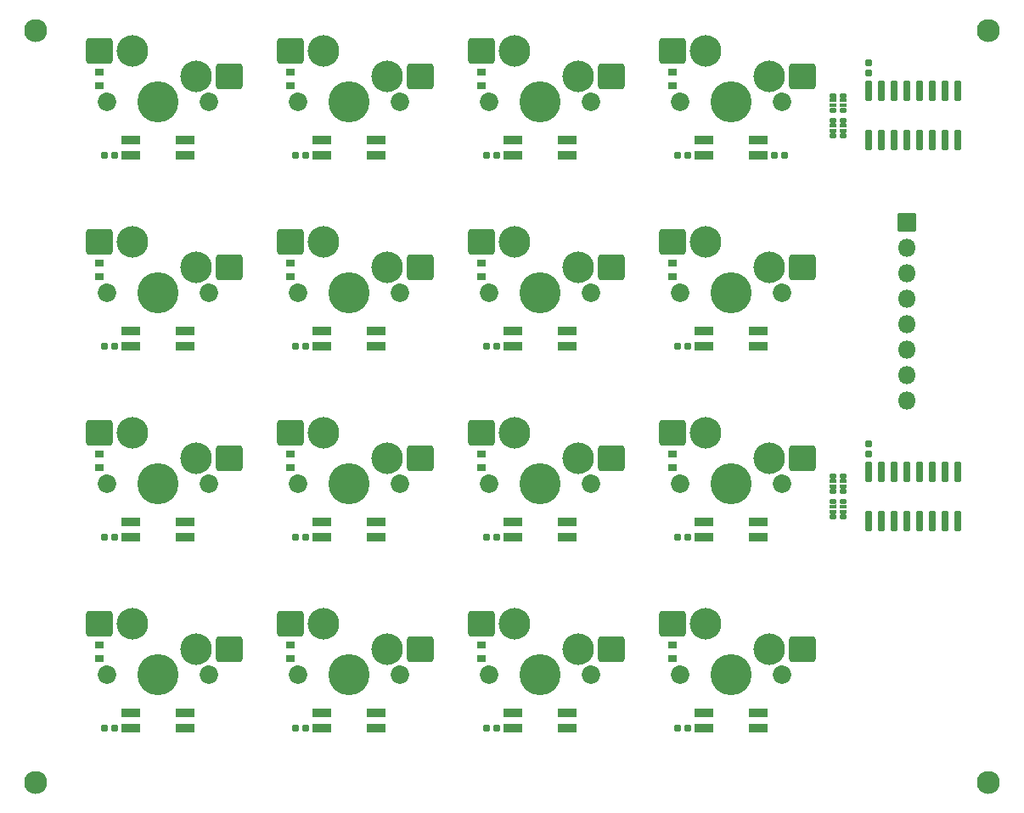
<source format=gbr>
%TF.GenerationSoftware,KiCad,Pcbnew,6.0.7+dfsg-1~bpo11+1*%
%TF.CreationDate,2022-11-02T04:35:50+00:00*%
%TF.ProjectId,MK74HC-16,4d4b3734-4843-42d3-9136-2e6b69636164,rev?*%
%TF.SameCoordinates,Original*%
%TF.FileFunction,Soldermask,Top*%
%TF.FilePolarity,Negative*%
%FSLAX46Y46*%
G04 Gerber Fmt 4.6, Leading zero omitted, Abs format (unit mm)*
G04 Created by KiCad (PCBNEW 6.0.7+dfsg-1~bpo11+1) date 2022-11-02 04:35:50*
%MOMM*%
%LPD*%
G01*
G04 APERTURE LIST*
G04 Aperture macros list*
%AMRoundRect*
0 Rectangle with rounded corners*
0 $1 Rounding radius*
0 $2 $3 $4 $5 $6 $7 $8 $9 X,Y pos of 4 corners*
0 Add a 4 corners polygon primitive as box body*
4,1,4,$2,$3,$4,$5,$6,$7,$8,$9,$2,$3,0*
0 Add four circle primitives for the rounded corners*
1,1,$1+$1,$2,$3*
1,1,$1+$1,$4,$5*
1,1,$1+$1,$6,$7*
1,1,$1+$1,$8,$9*
0 Add four rect primitives between the rounded corners*
20,1,$1+$1,$2,$3,$4,$5,0*
20,1,$1+$1,$4,$5,$6,$7,0*
20,1,$1+$1,$6,$7,$8,$9,0*
20,1,$1+$1,$8,$9,$2,$3,0*%
G04 Aperture macros list end*
%ADD10RoundRect,0.050000X0.350000X-0.300000X0.350000X0.300000X-0.350000X0.300000X-0.350000X-0.300000X0*%
%ADD11C,2.300000*%
%ADD12RoundRect,0.050000X0.900000X0.410000X-0.900000X0.410000X-0.900000X-0.410000X0.900000X-0.410000X0*%
%ADD13RoundRect,0.190000X0.140000X0.170000X-0.140000X0.170000X-0.140000X-0.170000X0.140000X-0.170000X0*%
%ADD14RoundRect,0.050000X0.250000X0.200000X-0.250000X0.200000X-0.250000X-0.200000X0.250000X-0.200000X0*%
%ADD15RoundRect,0.050000X0.250000X0.150000X-0.250000X0.150000X-0.250000X-0.150000X0.250000X-0.150000X0*%
%ADD16RoundRect,0.185000X0.135000X0.185000X-0.135000X0.185000X-0.135000X-0.185000X0.135000X-0.185000X0*%
%ADD17RoundRect,0.050000X-0.850000X-0.850000X0.850000X-0.850000X0.850000X0.850000X-0.850000X0.850000X0*%
%ADD18O,1.800000X1.800000*%
%ADD19RoundRect,0.190000X0.170000X-0.140000X0.170000X0.140000X-0.170000X0.140000X-0.170000X-0.140000X0*%
%ADD20RoundRect,0.200000X0.150000X-0.825000X0.150000X0.825000X-0.150000X0.825000X-0.150000X-0.825000X0*%
%ADD21C,3.150000*%
%ADD22C,1.850000*%
%ADD23C,4.100000*%
%ADD24RoundRect,0.300000X1.025000X1.000000X-1.025000X1.000000X-1.025000X-1.000000X1.025000X-1.000000X0*%
G04 APERTURE END LIST*
D10*
%TO.C,D27*%
X46910000Y73334000D03*
X46910000Y71934000D03*
%TD*%
D11*
%TO.C,H2*%
X2500000Y77500000D03*
%TD*%
D12*
%TO.C,D13*%
X69102000Y7876000D03*
X69102000Y9376000D03*
X74502000Y9376000D03*
X74502000Y7876000D03*
%TD*%
D13*
%TO.C,C15*%
X67456000Y7876000D03*
X66496000Y7876000D03*
%TD*%
D12*
%TO.C,D8*%
X11952000Y45976000D03*
X11952000Y47476000D03*
X17352000Y47476000D03*
X17352000Y45976000D03*
%TD*%
D10*
%TO.C,D17*%
X65960000Y54284000D03*
X65960000Y52884000D03*
%TD*%
D14*
%TO.C,RN4*%
X83000000Y29000000D03*
D15*
X83000000Y29500000D03*
X83000000Y30000000D03*
D14*
X83000000Y30500000D03*
X82000000Y30500000D03*
D15*
X82000000Y30000000D03*
X82000000Y29500000D03*
D14*
X82000000Y29000000D03*
%TD*%
D10*
%TO.C,D28*%
X46910000Y35234000D03*
X46910000Y33834000D03*
%TD*%
%TO.C,D24*%
X8810000Y16184000D03*
X8810000Y14784000D03*
%TD*%
D11*
%TO.C,H1*%
X97500000Y77500000D03*
%TD*%
D13*
%TO.C,C17*%
X29356000Y7876000D03*
X28396000Y7876000D03*
%TD*%
%TO.C,C8*%
X10306000Y45976000D03*
X9346000Y45976000D03*
%TD*%
D12*
%TO.C,D1*%
X69102000Y65026000D03*
X69102000Y66526000D03*
X74502000Y66526000D03*
X74502000Y65026000D03*
%TD*%
D13*
%TO.C,C11*%
X67456000Y26926000D03*
X66496000Y26926000D03*
%TD*%
%TO.C,C12*%
X48406000Y26926000D03*
X47446000Y26926000D03*
%TD*%
%TO.C,C13*%
X29356000Y26926000D03*
X28396000Y26926000D03*
%TD*%
D12*
%TO.C,D3*%
X31002000Y65026000D03*
X31002000Y66526000D03*
X36402000Y66526000D03*
X36402000Y65026000D03*
%TD*%
D16*
%TO.C,R1*%
X77138000Y65026000D03*
X76118000Y65026000D03*
%TD*%
D12*
%TO.C,D5*%
X69102000Y45976000D03*
X69102000Y47476000D03*
X74502000Y47476000D03*
X74502000Y45976000D03*
%TD*%
D17*
%TO.C,J1*%
X89375000Y58375000D03*
D18*
X89375000Y55835000D03*
X89375000Y53295000D03*
X89375000Y50755000D03*
X89375000Y48215000D03*
X89375000Y45675000D03*
X89375000Y43135000D03*
X89375000Y40595000D03*
%TD*%
D10*
%TO.C,D29*%
X27860000Y73334000D03*
X27860000Y71934000D03*
%TD*%
D14*
%TO.C,RN3*%
X83000000Y31500000D03*
D15*
X83000000Y32000000D03*
X83000000Y32500000D03*
D14*
X83000000Y33000000D03*
X82000000Y33000000D03*
D15*
X82000000Y32500000D03*
X82000000Y32000000D03*
D14*
X82000000Y31500000D03*
%TD*%
D12*
%TO.C,D10*%
X50052000Y26926000D03*
X50052000Y28426000D03*
X55452000Y28426000D03*
X55452000Y26926000D03*
%TD*%
%TO.C,D6*%
X50052000Y45976000D03*
X50052000Y47476000D03*
X55452000Y47476000D03*
X55452000Y45976000D03*
%TD*%
D19*
%TO.C,C10*%
X85555000Y35270000D03*
X85555000Y36230000D03*
%TD*%
D20*
%TO.C,U1*%
X85555000Y66525000D03*
X86825000Y66525000D03*
X88095000Y66525000D03*
X89365000Y66525000D03*
X90635000Y66525000D03*
X91905000Y66525000D03*
X93175000Y66525000D03*
X94445000Y66525000D03*
X94445000Y71475000D03*
X93175000Y71475000D03*
X91905000Y71475000D03*
X90635000Y71475000D03*
X89365000Y71475000D03*
X88095000Y71475000D03*
X86825000Y71475000D03*
X85555000Y71475000D03*
%TD*%
D12*
%TO.C,D7*%
X31002000Y45976000D03*
X31002000Y47476000D03*
X36402000Y47476000D03*
X36402000Y45976000D03*
%TD*%
%TO.C,D2*%
X50052000Y65026000D03*
X50052000Y66526000D03*
X55452000Y66526000D03*
X55452000Y65026000D03*
%TD*%
D10*
%TO.C,D18*%
X65960000Y16184000D03*
X65960000Y14784000D03*
%TD*%
D13*
%TO.C,C5*%
X67456000Y45976000D03*
X66496000Y45976000D03*
%TD*%
%TO.C,C3*%
X29356000Y65026000D03*
X28396000Y65026000D03*
%TD*%
%TO.C,C2*%
X48406000Y65026000D03*
X47446000Y65026000D03*
%TD*%
D10*
%TO.C,D23*%
X8810000Y54284000D03*
X8810000Y52884000D03*
%TD*%
D13*
%TO.C,C4*%
X10306000Y65026000D03*
X9346000Y65026000D03*
%TD*%
%TO.C,C16*%
X48406000Y7876000D03*
X47446000Y7876000D03*
%TD*%
D11*
%TO.C,H4*%
X2500000Y2500000D03*
%TD*%
D14*
%TO.C,RN2*%
X83000000Y67000000D03*
D15*
X83000000Y67500000D03*
X83000000Y68000000D03*
D14*
X83000000Y68500000D03*
X82000000Y68500000D03*
D15*
X82000000Y68000000D03*
X82000000Y67500000D03*
D14*
X82000000Y67000000D03*
%TD*%
D10*
%TO.C,D26*%
X65960000Y35234000D03*
X65960000Y33834000D03*
%TD*%
%TO.C,D31*%
X8810000Y73334000D03*
X8810000Y71934000D03*
%TD*%
D12*
%TO.C,D4*%
X11952000Y65026000D03*
X11952000Y66526000D03*
X17352000Y66526000D03*
X17352000Y65026000D03*
%TD*%
%TO.C,D16*%
X11952000Y7876000D03*
X11952000Y9376000D03*
X17352000Y9376000D03*
X17352000Y7876000D03*
%TD*%
D10*
%TO.C,D32*%
X8810000Y35234000D03*
X8810000Y33834000D03*
%TD*%
D14*
%TO.C,RN1*%
X83000000Y69500000D03*
D15*
X83000000Y70000000D03*
X83000000Y70500000D03*
D14*
X83000000Y71000000D03*
X82000000Y71000000D03*
D15*
X82000000Y70500000D03*
X82000000Y70000000D03*
D14*
X82000000Y69500000D03*
%TD*%
D10*
%TO.C,D19*%
X46910000Y54284000D03*
X46910000Y52884000D03*
%TD*%
D13*
%TO.C,C7*%
X29356000Y45976000D03*
X28396000Y45976000D03*
%TD*%
D12*
%TO.C,D11*%
X31002000Y26926000D03*
X31002000Y28426000D03*
X36402000Y28426000D03*
X36402000Y26926000D03*
%TD*%
D10*
%TO.C,D20*%
X46910000Y16184000D03*
X46910000Y14784000D03*
%TD*%
D12*
%TO.C,D14*%
X50052000Y7876000D03*
X50052000Y9376000D03*
X55452000Y9376000D03*
X55452000Y7876000D03*
%TD*%
D13*
%TO.C,C1*%
X67456000Y65026000D03*
X66496000Y65026000D03*
%TD*%
D19*
%TO.C,C9*%
X85555000Y73270000D03*
X85555000Y74230000D03*
%TD*%
D11*
%TO.C,H3*%
X97500000Y2500000D03*
%TD*%
D13*
%TO.C,C18*%
X10306000Y7876000D03*
X9346000Y7876000D03*
%TD*%
D10*
%TO.C,D22*%
X27860000Y16184000D03*
X27860000Y14784000D03*
%TD*%
D13*
%TO.C,C14*%
X10306000Y26926000D03*
X9346000Y26926000D03*
%TD*%
D12*
%TO.C,D12*%
X11952000Y26926000D03*
X11952000Y28426000D03*
X17352000Y28426000D03*
X17352000Y26926000D03*
%TD*%
D10*
%TO.C,D21*%
X27860000Y54284000D03*
X27860000Y52884000D03*
%TD*%
D12*
%TO.C,D9*%
X69102000Y26926000D03*
X69102000Y28426000D03*
X74502000Y28426000D03*
X74502000Y26926000D03*
%TD*%
%TO.C,D15*%
X31002000Y7876000D03*
X31002000Y9376000D03*
X36402000Y9376000D03*
X36402000Y7876000D03*
%TD*%
D20*
%TO.C,U2*%
X85555000Y28525000D03*
X86825000Y28525000D03*
X88095000Y28525000D03*
X89365000Y28525000D03*
X90635000Y28525000D03*
X91905000Y28525000D03*
X93175000Y28525000D03*
X94445000Y28525000D03*
X94445000Y33475000D03*
X93175000Y33475000D03*
X91905000Y33475000D03*
X90635000Y33475000D03*
X89365000Y33475000D03*
X88095000Y33475000D03*
X86825000Y33475000D03*
X85555000Y33475000D03*
%TD*%
D10*
%TO.C,D30*%
X27860000Y35234000D03*
X27860000Y33834000D03*
%TD*%
%TO.C,D25*%
X65960000Y73334000D03*
X65960000Y71934000D03*
%TD*%
D13*
%TO.C,C6*%
X48406000Y45976000D03*
X47446000Y45976000D03*
%TD*%
D21*
%TO.C,SW7*%
X56562000Y53838000D03*
D22*
X57832000Y51298000D03*
D21*
X50212000Y56378000D03*
D23*
X52752000Y51298000D03*
D22*
X47672000Y51298000D03*
D24*
X59837000Y53838000D03*
X46910000Y56378000D03*
%TD*%
D23*
%TO.C,SW11*%
X52752000Y32248000D03*
D22*
X47672000Y32248000D03*
X57832000Y32248000D03*
D21*
X50212000Y37328000D03*
X56562000Y34788000D03*
D24*
X59837000Y34788000D03*
X46910000Y37328000D03*
%TD*%
D21*
%TO.C,SW2*%
X37512000Y72888000D03*
D23*
X33702000Y70348000D03*
D22*
X38782000Y70348000D03*
X28622000Y70348000D03*
D21*
X31162000Y75428000D03*
D24*
X40787000Y72888000D03*
X27860000Y75428000D03*
%TD*%
D22*
%TO.C,SW14*%
X38782000Y13198000D03*
D23*
X33702000Y13198000D03*
D22*
X28622000Y13198000D03*
D21*
X37512000Y15738000D03*
X31162000Y18278000D03*
D24*
X40787000Y15738000D03*
X27860000Y18278000D03*
%TD*%
D21*
%TO.C,SW9*%
X18462000Y34788000D03*
D22*
X19732000Y32248000D03*
D23*
X14652000Y32248000D03*
D22*
X9572000Y32248000D03*
D21*
X12112000Y37328000D03*
D24*
X21737000Y34788000D03*
X8810000Y37328000D03*
%TD*%
D22*
%TO.C,SW1*%
X9572000Y70348000D03*
X19732000Y70348000D03*
D21*
X18462000Y72888000D03*
X12112000Y75428000D03*
D23*
X14652000Y70348000D03*
D24*
X21737000Y72888000D03*
X8810000Y75428000D03*
%TD*%
D21*
%TO.C,SW8*%
X69262000Y56378000D03*
X75612000Y53838000D03*
D22*
X66722000Y51298000D03*
X76882000Y51298000D03*
D23*
X71802000Y51298000D03*
D24*
X78887000Y53838000D03*
X65960000Y56378000D03*
%TD*%
D23*
%TO.C,SW13*%
X14652000Y13198000D03*
D22*
X9572000Y13198000D03*
D21*
X12112000Y18278000D03*
X18462000Y15738000D03*
D22*
X19732000Y13198000D03*
D24*
X21737000Y15738000D03*
X8810000Y18278000D03*
%TD*%
D21*
%TO.C,SW15*%
X50212000Y18278000D03*
D22*
X47672000Y13198000D03*
D21*
X56562000Y15738000D03*
D22*
X57832000Y13198000D03*
D23*
X52752000Y13198000D03*
D24*
X59837000Y15738000D03*
X46910000Y18278000D03*
%TD*%
D22*
%TO.C,SW6*%
X28622000Y51298000D03*
D23*
X33702000Y51298000D03*
D21*
X31162000Y56378000D03*
X37512000Y53838000D03*
D22*
X38782000Y51298000D03*
D24*
X40787000Y53838000D03*
X27860000Y56378000D03*
%TD*%
D21*
%TO.C,SW4*%
X75612000Y72888000D03*
D22*
X66722000Y70348000D03*
D23*
X71802000Y70348000D03*
D21*
X69262000Y75428000D03*
D22*
X76882000Y70348000D03*
D24*
X78887000Y72888000D03*
X65960000Y75428000D03*
%TD*%
D21*
%TO.C,SW16*%
X69262000Y18278000D03*
D22*
X76882000Y13198000D03*
X66722000Y13198000D03*
D23*
X71802000Y13198000D03*
D21*
X75612000Y15738000D03*
D24*
X78887000Y15738000D03*
X65960000Y18278000D03*
%TD*%
D21*
%TO.C,SW10*%
X37512000Y34788000D03*
X31162000Y37328000D03*
D22*
X38782000Y32248000D03*
D23*
X33702000Y32248000D03*
D22*
X28622000Y32248000D03*
D24*
X40787000Y34788000D03*
X27860000Y37328000D03*
%TD*%
D22*
%TO.C,SW5*%
X19732000Y51298000D03*
D23*
X14652000Y51298000D03*
D21*
X12112000Y56378000D03*
X18462000Y53838000D03*
D22*
X9572000Y51298000D03*
D24*
X21737000Y53838000D03*
X8810000Y56378000D03*
%TD*%
D22*
%TO.C,SW3*%
X57832000Y70348000D03*
D23*
X52752000Y70348000D03*
D22*
X47672000Y70348000D03*
D21*
X50212000Y75428000D03*
X56562000Y72888000D03*
D24*
X59837000Y72888000D03*
X46910000Y75428000D03*
%TD*%
D21*
%TO.C,SW12*%
X75612000Y34788000D03*
D22*
X76882000Y32248000D03*
X66722000Y32248000D03*
D23*
X71802000Y32248000D03*
D21*
X69262000Y37328000D03*
D24*
X78887000Y34788000D03*
X65960000Y37328000D03*
%TD*%
G36*
X83285264Y29313382D02*
G01*
X83284931Y29312140D01*
X83281543Y29307069D01*
X83281841Y29306464D01*
X83281508Y29305484D01*
X83267375Y29284331D01*
X83274562Y29248205D01*
X83284445Y29238322D01*
X83284963Y29236390D01*
X83283549Y29234976D01*
X83281920Y29235245D01*
X83268355Y29244309D01*
X83249801Y29248000D01*
X82750199Y29248000D01*
X82731646Y29244309D01*
X82717843Y29235086D01*
X82715848Y29234955D01*
X82714736Y29236618D01*
X82715069Y29237860D01*
X82718457Y29242931D01*
X82718159Y29243536D01*
X82718492Y29244516D01*
X82732625Y29265669D01*
X82725438Y29301795D01*
X82715555Y29311678D01*
X82715037Y29313610D01*
X82716451Y29315024D01*
X82718080Y29314755D01*
X82731645Y29305691D01*
X82750199Y29302000D01*
X83249801Y29302000D01*
X83268354Y29305691D01*
X83282157Y29314914D01*
X83284152Y29315045D01*
X83285264Y29313382D01*
G37*
G36*
X82285264Y29313382D02*
G01*
X82284931Y29312140D01*
X82281543Y29307069D01*
X82281841Y29306464D01*
X82281508Y29305484D01*
X82267375Y29284331D01*
X82274562Y29248205D01*
X82284445Y29238322D01*
X82284963Y29236390D01*
X82283549Y29234976D01*
X82281920Y29235245D01*
X82268355Y29244309D01*
X82249801Y29248000D01*
X81750199Y29248000D01*
X81731646Y29244309D01*
X81717843Y29235086D01*
X81715848Y29234955D01*
X81714736Y29236618D01*
X81715069Y29237860D01*
X81718457Y29242931D01*
X81718159Y29243536D01*
X81718492Y29244516D01*
X81732625Y29265669D01*
X81725438Y29301795D01*
X81715555Y29311678D01*
X81715037Y29313610D01*
X81716451Y29315024D01*
X81718080Y29314755D01*
X81731645Y29305691D01*
X81750199Y29302000D01*
X82249801Y29302000D01*
X82268354Y29305691D01*
X82282157Y29314914D01*
X82284152Y29315045D01*
X82285264Y29313382D01*
G37*
G36*
X83285264Y30263382D02*
G01*
X83284931Y30262140D01*
X83281543Y30257069D01*
X83281841Y30256464D01*
X83281508Y30255484D01*
X83267375Y30234331D01*
X83274562Y30198205D01*
X83284445Y30188322D01*
X83284963Y30186390D01*
X83283549Y30184976D01*
X83281920Y30185245D01*
X83268355Y30194309D01*
X83249801Y30198000D01*
X82750199Y30198000D01*
X82731646Y30194309D01*
X82717843Y30185086D01*
X82715848Y30184955D01*
X82714736Y30186618D01*
X82715069Y30187860D01*
X82718457Y30192931D01*
X82718159Y30193536D01*
X82718492Y30194516D01*
X82732625Y30215669D01*
X82725438Y30251795D01*
X82715555Y30261678D01*
X82715037Y30263610D01*
X82716451Y30265024D01*
X82718080Y30264755D01*
X82731645Y30255691D01*
X82750199Y30252000D01*
X83249801Y30252000D01*
X83268354Y30255691D01*
X83282157Y30264914D01*
X83284152Y30265045D01*
X83285264Y30263382D01*
G37*
G36*
X82285264Y30263382D02*
G01*
X82284931Y30262140D01*
X82281543Y30257069D01*
X82281841Y30256464D01*
X82281508Y30255484D01*
X82267375Y30234331D01*
X82274562Y30198205D01*
X82284445Y30188322D01*
X82284963Y30186390D01*
X82283549Y30184976D01*
X82281920Y30185245D01*
X82268355Y30194309D01*
X82249801Y30198000D01*
X81750199Y30198000D01*
X81731646Y30194309D01*
X81717843Y30185086D01*
X81715848Y30184955D01*
X81714736Y30186618D01*
X81715069Y30187860D01*
X81718457Y30192931D01*
X81718159Y30193536D01*
X81718492Y30194516D01*
X81732625Y30215669D01*
X81725438Y30251795D01*
X81715555Y30261678D01*
X81715037Y30263610D01*
X81716451Y30265024D01*
X81718080Y30264755D01*
X81731645Y30255691D01*
X81750199Y30252000D01*
X82249801Y30252000D01*
X82268354Y30255691D01*
X82282157Y30264914D01*
X82284152Y30265045D01*
X82285264Y30263382D01*
G37*
G36*
X83285264Y31813382D02*
G01*
X83284931Y31812140D01*
X83281543Y31807069D01*
X83281841Y31806464D01*
X83281508Y31805484D01*
X83267375Y31784331D01*
X83274562Y31748205D01*
X83284445Y31738322D01*
X83284963Y31736390D01*
X83283549Y31734976D01*
X83281920Y31735245D01*
X83268355Y31744309D01*
X83249801Y31748000D01*
X82750199Y31748000D01*
X82731646Y31744309D01*
X82717843Y31735086D01*
X82715848Y31734955D01*
X82714736Y31736618D01*
X82715069Y31737860D01*
X82718457Y31742931D01*
X82718159Y31743536D01*
X82718492Y31744516D01*
X82732625Y31765669D01*
X82725438Y31801795D01*
X82715555Y31811678D01*
X82715037Y31813610D01*
X82716451Y31815024D01*
X82718080Y31814755D01*
X82731645Y31805691D01*
X82750199Y31802000D01*
X83249801Y31802000D01*
X83268354Y31805691D01*
X83282157Y31814914D01*
X83284152Y31815045D01*
X83285264Y31813382D01*
G37*
G36*
X82285264Y31813382D02*
G01*
X82284931Y31812140D01*
X82281543Y31807069D01*
X82281841Y31806464D01*
X82281508Y31805484D01*
X82267375Y31784331D01*
X82274562Y31748205D01*
X82284445Y31738322D01*
X82284963Y31736390D01*
X82283549Y31734976D01*
X82281920Y31735245D01*
X82268355Y31744309D01*
X82249801Y31748000D01*
X81750199Y31748000D01*
X81731646Y31744309D01*
X81717843Y31735086D01*
X81715848Y31734955D01*
X81714736Y31736618D01*
X81715069Y31737860D01*
X81718457Y31742931D01*
X81718159Y31743536D01*
X81718492Y31744516D01*
X81732625Y31765669D01*
X81725438Y31801795D01*
X81715555Y31811678D01*
X81715037Y31813610D01*
X81716451Y31815024D01*
X81718080Y31814755D01*
X81731645Y31805691D01*
X81750199Y31802000D01*
X82249801Y31802000D01*
X82268354Y31805691D01*
X82282157Y31814914D01*
X82284152Y31815045D01*
X82285264Y31813382D01*
G37*
G36*
X83285264Y32763382D02*
G01*
X83284931Y32762140D01*
X83281543Y32757069D01*
X83281841Y32756464D01*
X83281508Y32755484D01*
X83267375Y32734331D01*
X83274562Y32698205D01*
X83284445Y32688322D01*
X83284963Y32686390D01*
X83283549Y32684976D01*
X83281920Y32685245D01*
X83268355Y32694309D01*
X83249801Y32698000D01*
X82750199Y32698000D01*
X82731646Y32694309D01*
X82717843Y32685086D01*
X82715848Y32684955D01*
X82714736Y32686618D01*
X82715069Y32687860D01*
X82718457Y32692931D01*
X82718159Y32693536D01*
X82718492Y32694516D01*
X82732625Y32715669D01*
X82725438Y32751795D01*
X82715555Y32761678D01*
X82715037Y32763610D01*
X82716451Y32765024D01*
X82718080Y32764755D01*
X82731645Y32755691D01*
X82750199Y32752000D01*
X83249801Y32752000D01*
X83268354Y32755691D01*
X83282157Y32764914D01*
X83284152Y32765045D01*
X83285264Y32763382D01*
G37*
G36*
X82285264Y32763382D02*
G01*
X82284931Y32762140D01*
X82281543Y32757069D01*
X82281841Y32756464D01*
X82281508Y32755484D01*
X82267375Y32734331D01*
X82274562Y32698205D01*
X82284445Y32688322D01*
X82284963Y32686390D01*
X82283549Y32684976D01*
X82281920Y32685245D01*
X82268355Y32694309D01*
X82249801Y32698000D01*
X81750199Y32698000D01*
X81731646Y32694309D01*
X81717843Y32685086D01*
X81715848Y32684955D01*
X81714736Y32686618D01*
X81715069Y32687860D01*
X81718457Y32692931D01*
X81718159Y32693536D01*
X81718492Y32694516D01*
X81732625Y32715669D01*
X81725438Y32751795D01*
X81715555Y32761678D01*
X81715037Y32763610D01*
X81716451Y32765024D01*
X81718080Y32764755D01*
X81731645Y32755691D01*
X81750199Y32752000D01*
X82249801Y32752000D01*
X82268354Y32755691D01*
X82282157Y32764914D01*
X82284152Y32765045D01*
X82285264Y32763382D01*
G37*
G36*
X82285264Y67313382D02*
G01*
X82284931Y67312140D01*
X82281543Y67307069D01*
X82281841Y67306464D01*
X82281508Y67305484D01*
X82267375Y67284331D01*
X82274562Y67248205D01*
X82284445Y67238322D01*
X82284963Y67236390D01*
X82283549Y67234976D01*
X82281920Y67235245D01*
X82268355Y67244309D01*
X82249801Y67248000D01*
X81750199Y67248000D01*
X81731646Y67244309D01*
X81717843Y67235086D01*
X81715848Y67234955D01*
X81714736Y67236618D01*
X81715069Y67237860D01*
X81718457Y67242931D01*
X81718159Y67243536D01*
X81718492Y67244516D01*
X81732625Y67265669D01*
X81725438Y67301795D01*
X81715555Y67311678D01*
X81715037Y67313610D01*
X81716451Y67315024D01*
X81718080Y67314755D01*
X81731645Y67305691D01*
X81750199Y67302000D01*
X82249801Y67302000D01*
X82268354Y67305691D01*
X82282157Y67314914D01*
X82284152Y67315045D01*
X82285264Y67313382D01*
G37*
G36*
X83285264Y67313382D02*
G01*
X83284931Y67312140D01*
X83281543Y67307069D01*
X83281841Y67306464D01*
X83281508Y67305484D01*
X83267375Y67284331D01*
X83274562Y67248205D01*
X83284445Y67238322D01*
X83284963Y67236390D01*
X83283549Y67234976D01*
X83281920Y67235245D01*
X83268355Y67244309D01*
X83249801Y67248000D01*
X82750199Y67248000D01*
X82731646Y67244309D01*
X82717843Y67235086D01*
X82715848Y67234955D01*
X82714736Y67236618D01*
X82715069Y67237860D01*
X82718457Y67242931D01*
X82718159Y67243536D01*
X82718492Y67244516D01*
X82732625Y67265669D01*
X82725438Y67301795D01*
X82715555Y67311678D01*
X82715037Y67313610D01*
X82716451Y67315024D01*
X82718080Y67314755D01*
X82731645Y67305691D01*
X82750199Y67302000D01*
X83249801Y67302000D01*
X83268354Y67305691D01*
X83282157Y67314914D01*
X83284152Y67315045D01*
X83285264Y67313382D01*
G37*
G36*
X82285264Y68263382D02*
G01*
X82284931Y68262140D01*
X82281543Y68257069D01*
X82281841Y68256464D01*
X82281508Y68255484D01*
X82267375Y68234331D01*
X82274562Y68198205D01*
X82284445Y68188322D01*
X82284963Y68186390D01*
X82283549Y68184976D01*
X82281920Y68185245D01*
X82268355Y68194309D01*
X82249801Y68198000D01*
X81750199Y68198000D01*
X81731646Y68194309D01*
X81717843Y68185086D01*
X81715848Y68184955D01*
X81714736Y68186618D01*
X81715069Y68187860D01*
X81718457Y68192931D01*
X81718159Y68193536D01*
X81718492Y68194516D01*
X81732625Y68215669D01*
X81725438Y68251795D01*
X81715555Y68261678D01*
X81715037Y68263610D01*
X81716451Y68265024D01*
X81718080Y68264755D01*
X81731645Y68255691D01*
X81750199Y68252000D01*
X82249801Y68252000D01*
X82268354Y68255691D01*
X82282157Y68264914D01*
X82284152Y68265045D01*
X82285264Y68263382D01*
G37*
G36*
X83285264Y68263382D02*
G01*
X83284931Y68262140D01*
X83281543Y68257069D01*
X83281841Y68256464D01*
X83281508Y68255484D01*
X83267375Y68234331D01*
X83274562Y68198205D01*
X83284445Y68188322D01*
X83284963Y68186390D01*
X83283549Y68184976D01*
X83281920Y68185245D01*
X83268355Y68194309D01*
X83249801Y68198000D01*
X82750199Y68198000D01*
X82731646Y68194309D01*
X82717843Y68185086D01*
X82715848Y68184955D01*
X82714736Y68186618D01*
X82715069Y68187860D01*
X82718457Y68192931D01*
X82718159Y68193536D01*
X82718492Y68194516D01*
X82732625Y68215669D01*
X82725438Y68251795D01*
X82715555Y68261678D01*
X82715037Y68263610D01*
X82716451Y68265024D01*
X82718080Y68264755D01*
X82731645Y68255691D01*
X82750199Y68252000D01*
X83249801Y68252000D01*
X83268354Y68255691D01*
X83282157Y68264914D01*
X83284152Y68265045D01*
X83285264Y68263382D01*
G37*
G36*
X83285264Y69813382D02*
G01*
X83284931Y69812140D01*
X83281543Y69807069D01*
X83281841Y69806464D01*
X83281508Y69805484D01*
X83267375Y69784331D01*
X83274562Y69748205D01*
X83284445Y69738322D01*
X83284963Y69736390D01*
X83283549Y69734976D01*
X83281920Y69735245D01*
X83268355Y69744309D01*
X83249801Y69748000D01*
X82750199Y69748000D01*
X82731646Y69744309D01*
X82717843Y69735086D01*
X82715848Y69734955D01*
X82714736Y69736618D01*
X82715069Y69737860D01*
X82718457Y69742931D01*
X82718159Y69743536D01*
X82718492Y69744516D01*
X82732625Y69765669D01*
X82725438Y69801795D01*
X82715555Y69811678D01*
X82715037Y69813610D01*
X82716451Y69815024D01*
X82718080Y69814755D01*
X82731645Y69805691D01*
X82750199Y69802000D01*
X83249801Y69802000D01*
X83268354Y69805691D01*
X83282157Y69814914D01*
X83284152Y69815045D01*
X83285264Y69813382D01*
G37*
G36*
X82285264Y69813382D02*
G01*
X82284931Y69812140D01*
X82281543Y69807069D01*
X82281841Y69806464D01*
X82281508Y69805484D01*
X82267375Y69784331D01*
X82274562Y69748205D01*
X82284445Y69738322D01*
X82284963Y69736390D01*
X82283549Y69734976D01*
X82281920Y69735245D01*
X82268355Y69744309D01*
X82249801Y69748000D01*
X81750199Y69748000D01*
X81731646Y69744309D01*
X81717843Y69735086D01*
X81715848Y69734955D01*
X81714736Y69736618D01*
X81715069Y69737860D01*
X81718457Y69742931D01*
X81718159Y69743536D01*
X81718492Y69744516D01*
X81732625Y69765669D01*
X81725438Y69801795D01*
X81715555Y69811678D01*
X81715037Y69813610D01*
X81716451Y69815024D01*
X81718080Y69814755D01*
X81731645Y69805691D01*
X81750199Y69802000D01*
X82249801Y69802000D01*
X82268354Y69805691D01*
X82282157Y69814914D01*
X82284152Y69815045D01*
X82285264Y69813382D01*
G37*
G36*
X82285264Y70763382D02*
G01*
X82284931Y70762140D01*
X82281543Y70757069D01*
X82281841Y70756464D01*
X82281508Y70755484D01*
X82267375Y70734331D01*
X82274562Y70698205D01*
X82284445Y70688322D01*
X82284963Y70686390D01*
X82283549Y70684976D01*
X82281920Y70685245D01*
X82268355Y70694309D01*
X82249801Y70698000D01*
X81750199Y70698000D01*
X81731646Y70694309D01*
X81717843Y70685086D01*
X81715848Y70684955D01*
X81714736Y70686618D01*
X81715069Y70687860D01*
X81718457Y70692931D01*
X81718159Y70693536D01*
X81718492Y70694516D01*
X81732625Y70715669D01*
X81725438Y70751795D01*
X81715555Y70761678D01*
X81715037Y70763610D01*
X81716451Y70765024D01*
X81718080Y70764755D01*
X81731645Y70755691D01*
X81750199Y70752000D01*
X82249801Y70752000D01*
X82268354Y70755691D01*
X82282157Y70764914D01*
X82284152Y70765045D01*
X82285264Y70763382D01*
G37*
G36*
X83285264Y70763382D02*
G01*
X83284931Y70762140D01*
X83281543Y70757069D01*
X83281841Y70756464D01*
X83281508Y70755484D01*
X83267375Y70734331D01*
X83274562Y70698205D01*
X83284445Y70688322D01*
X83284963Y70686390D01*
X83283549Y70684976D01*
X83281920Y70685245D01*
X83268355Y70694309D01*
X83249801Y70698000D01*
X82750199Y70698000D01*
X82731646Y70694309D01*
X82717843Y70685086D01*
X82715848Y70684955D01*
X82714736Y70686618D01*
X82715069Y70687860D01*
X82718457Y70692931D01*
X82718159Y70693536D01*
X82718492Y70694516D01*
X82732625Y70715669D01*
X82725438Y70751795D01*
X82715555Y70761678D01*
X82715037Y70763610D01*
X82716451Y70765024D01*
X82718080Y70764755D01*
X82731645Y70755691D01*
X82750199Y70752000D01*
X83249801Y70752000D01*
X83268354Y70755691D01*
X83282157Y70764914D01*
X83284152Y70765045D01*
X83285264Y70763382D01*
G37*
M02*

</source>
